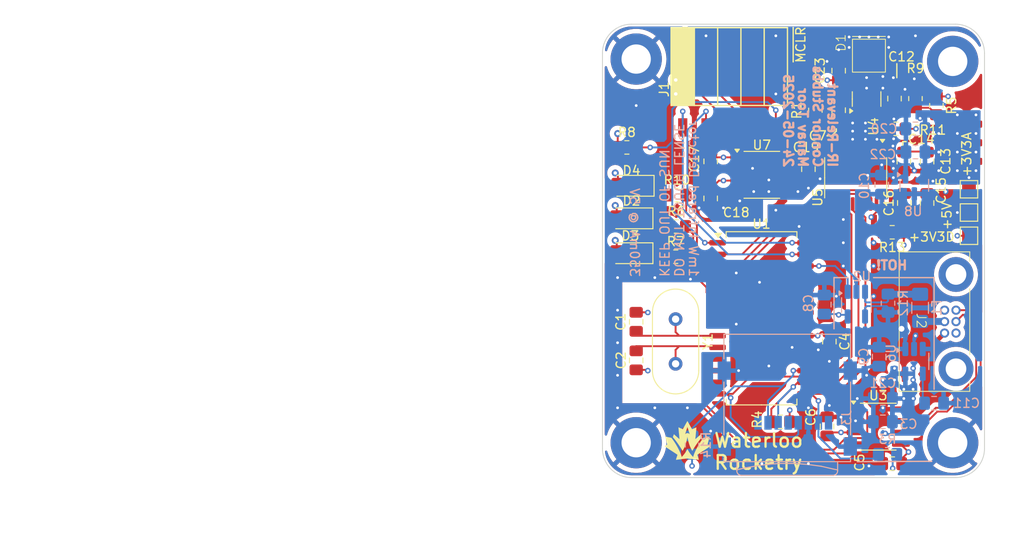
<source format=kicad_pcb>
(kicad_pcb (version 20240108) (generator "pcbnew") (generator_version "8.0")
  (layers (0 "F.Cu" jumper) (1 "In1.Cu" signal) (2 "In2.Cu" signal) (31 "B.Cu" signal) (34 "B.Paste" user) (35 "F.Paste" user) (36 "B.SilkS" user "B.Silkscreen") (37 "F.SilkS" user "F.Silkscreen") (38 "B.Mask" user) (39 "F.Mask" user) (44 "Edge.Cuts" user))
  (net 0 "")
  (net 1 "/OSC1")
  (net 2 "/OSC2")
  (net 3 "+3V3D")
  (net 4 "Net-(U5-CH0)")
  (net 5 "+5V")
  (net 6 "Net-(D2-K)")
  (net 7 "Net-(D3-K)")
  (net 8 "Net-(D1-A)")
  (net 9 "/~{MCLR}")
  (net 10 "/ICSPCLK")
  (net 11 "/ICSPDAT")
  (net 12 "/CS_SD")
  (net 13 "Net-(U1-RA2)")
  (net 14 "/CS_ADC")
  (net 16 "AGND")
  (net 17 "Net-(U6-BP)")
  (net 18 "Net-(U4-+)")
  (net 20 "/CANRX")
  (net 22 "/CANTX")
  (net 23 "Net-(D4-K)")
  (net 25 "Net-(U5-AVDD)")
  (net 26 "Net-(U5-DVDD)")
  (net 28 "/CURR_SENSE")
  (net 29 "/CANL")
  (net 30 "/CANH")
  (net 31 "+3V3A")
  (net 32 "Net-(U5-REFIN+)")
  (net 33 "Net-(U2-IN+)")
  (net 34 "Net-(J2-Pin_5)")
  (net 36 "Net-(U1-RA3)")
  (net 37 "Net-(U1-RA4)")
  (net 38 "/SCLK")
  (net 39 "/IRQ{slash}MDAT")
  (net 41 "/MISO")
  (net 42 "/MOSI")
  (net 43 "/MCLKIN")
  (net 54 "GND")
  (footprint "Capacitor_SMD:C_0805_2012Metric_Pad1.18x1.45mm_HandSolder" (layer "F.Cu") (at 185.42 91.3345 -90)
    (property "Reference" "C2")
    (property "Value" "27pF")
  )
  (footprint "Team_Logo:Logo_SilkScreen_5mm" (layer "F.Cu") (at 191.008 100.076)
    (property "Reference" "G***" (hide yes))
    (property "Value" "LOGO" (hide yes))
  )
  (footprint "TestPoint:TestPoint_Pad_1.5x1.5mm" (layer "F.Cu") (at 221.742 72.644)
    (property "Reference" "+3V3A")
    (property "Value" "3V3A")
  )
  (footprint "Resistor_SMD:R_0805_2012Metric_Pad1.20x1.40mm_HandSolder" (layer "F.Cu") (at 204.978 64.008 -90)
    (property "Reference" "R1")
    (property "Value" "3.2M")
  )
  (footprint "Package_TO_SOT_SMD:SOT-23-5" (layer "F.Cu") (at 210.566 62.7875 90)
    (property "Reference" "U4")
    (property "Value" "OPA323")
  )
  (footprint "canhw:PinSocket_5x2.54_SMD_90deg_952-3198-1-ND" (layer "F.Cu") (at 190.5 65.8875)
    (property "Reference" "J1")
    (property "Value" "Programming Header")
  )
  (footprint "Capacitor_SMD:C_0805_2012Metric_Pad1.18x1.45mm_HandSolder" (layer "F.Cu") (at 193.548 73.646 -90)
    (property "Reference" "C18")
    (property "Value" "2.2uF")
  )
  (footprint "Capacitor_SMD:C_0805_2012Metric_Pad1.18x1.45mm_HandSolder" (layer "F.Cu") (at 204.216 70.446 -90)
    (property "Reference" "C19")
    (property "Value" "2.2uF")
  )
  (footprint "Capacitor_SMD:C_0805_2012Metric_Pad1.18x1.45mm_HandSolder" (layer "F.Cu") (at 206.502 89.281 -90)
    (property "Reference" "C4")
    (property "Value" "0.1uF")
  )
  (footprint "Resistor_SMD:R_0805_2012Metric_Pad1.20x1.40mm_HandSolder" (layer "F.Cu") (at 213.36 77.343 180)
    (property "Reference" "R13")
    (property "Value" "10R")
  )
  (footprint "canhw:connector_Harwin_G125–MG10605M4P" (layer "F.Cu") (at 220.325 87.102 -90)
    (property "Reference" "J2")
    (property "Value" "CAN Bus Connector")
  )
  (footprint "Capacitor_SMD:C_0805_2012Metric_Pad1.18x1.45mm_HandSolder" (layer "F.Cu") (at 214.68 74.1415 90)
    (property "Reference" "C16")
    (property "Value" "0.1uF")
  )
  (footprint "Resistor_SMD:R_0805_2012Metric_Pad1.20x1.40mm_HandSolder" (layer "F.Cu") (at 189.865 73.279)
    (property "Reference" "R10")
    (property "Value" "220R")
  )
  (footprint "TestPoint:TestPoint_Pad_1.5x1.5mm" (layer "F.Cu") (at 221.742 75.184 -90)
    (property "Reference" "+5V")
    (property "Value" "5v")
  )
  (footprint "Package_SO:SOIC-8_3.9x4.9mm_P1.27mm" (layer "F.Cu") (at 199.136 71.0635)
    (property "Reference" "U7")
    (property "Value" "MCP1501-25xSN")
  )
  (footprint "Resistor_SMD:R_0805_2012Metric_Pad1.20x1.40mm_HandSolder" (layer "F.Cu") (at 215.9 62.738 -90)
    (property "Reference" "R9")
    (property "Value" "287R")
  )
  (footprint "Capacitor_SMD:C_0805_2012Metric_Pad1.18x1.45mm_HandSolder" (layer "F.Cu") (at 206.248 98.552 -90)
    (property "Reference" "C6")
    (property "Value" "0.1uF")
  )
  (footprint "Resistor_SMD:R_0805_2012Metric_Pad1.20x1.40mm_HandSolder" (layer "F.Cu") (at 218.186 63.5 -90)
    (property "Reference" "R5")
    (property "Value" "9.31k")
  )
  (footprint "LED_SMD:LED_1206_3216Metric_Pad1.42x1.75mm_HandSolder" (layer "F.Cu") (at 184.785 79.629 180)
    (property "Reference" "D3")
    (property "Value" "GREEN")
  )
  (footprint "Resistor_SMD:R_0805_2012Metric_Pad1.20x1.40mm_HandSolder" (layer "F.Cu") (at 189.7995 76.708)
    (property "Reference" "R6")
    (property "Value" "120R")
  )
  (footprint "Package_SO:SOIC-8_3.9x4.9mm_P1.27mm" (layer "F.Cu") (at 211.836 98.5735)
    (property "Reference" "U3")
    (property "Value" "MCP2562")
  )
  (footprint "Capacitor_SMD:C_0805_2012Metric_Pad1.18x1.45mm_HandSolder" (layer "F.Cu") (at 217.17 74.1465 90)
    (property "Reference" "C15")
    (property "Value" "0.1uF")
  )
  (footprint "Capacitor_SMD:C_0805_2012Metric_Pad1.18x1.45mm_HandSolder" (layer "F.Cu") (at 207.518 59.69 90)
    (property "Reference" "C23")
    (property "Value" "0.1uF")
  )
  (footprint "Resistor_SMD:R_0805_2012Metric_Pad1.20x1.40mm_HandSolder" (layer "F.Cu") (at 189.738 80.01)
    (property "Reference" "R7")
    (property "Value" "120R")
  )
  (footprint "MountingHole:MountingHole_3.2mm_M3_DIN965_Pad" (layer "F.Cu") (at 219.964 58.674)
    (property "Reference" "H1" (hide yes))
    (property "Value" "MountingHole_Pad")
  )
  (footprint "MountingHole:MountingHole_3.2mm_M3_DIN965_Pad" (layer "F.Cu") (at 185.42 58.42)
    (property "Reference" "H4" (hide yes))
    (property "Value" "MountingHole_Pad")
  )
  (footprint "Resistor_SMD:R_0805_2012Metric_Pad1.20x1.40mm_HandSolder" (layer "F.Cu") (at 201.168 98.044 180)
    (property "Reference" "R4")
    (property "Value" "10kR")
  )
  (footprint "MountingHole:MountingHole_3.2mm_M3_DIN965_Pad" (layer "F.Cu") (at 185.42 100.33)
    (property "Reference" "H3" (hide yes))
    (property "Value" "MountingHole_Pad")
  )
  (footprint "SensorBoardFootprints:P16612-011CA" (layer "F.Cu") (at 217.82 57.95 -90)
    (property "Reference" "D1")
    (property "Value" "P16612-011CA")
  )
  (footprint "Capacitor_SMD:C_0805_2012Metric_Pad1.18x1.45mm_HandSolder" (layer "F.Cu") (at 213.36 102.616)
    (property "Reference" "C5")
    (property "Value" "0.1uF")
  )
  (footprint "Capacitor_SMD:C_0805_2012Metric_Pad1.18x1.45mm_HandSolder" (layer "F.Cu") (at 185.42 87.122 90)
    (property "Reference" "C1")
    (property "Value" "27pF")
  )
  (footprint "LED_SMD:LED_1206_3216Metric_Pad1.42x1.75mm_HandSolder" (layer "F.Cu") (at 184.785 75.819 180)
    (property "Reference" "D2")
    (property "Value" "RED")
  )
  (footprint "Package_SO:TSSOP-20_4.4x6.5mm_P0.65mm" (layer "F.Cu") (at 209.375 71.386 -90)
    (property "Reference" "U5")
    (property "Value" "MCP3561-E/ST")
  )
  (footprint "Capacitor_SMD:C_0805_2012Metric_Pad1.18x1.45mm_HandSolder" (layer "F.Cu") (at 217.17 69.6225 90)
    (property "Reference" "C13")
    (property "Value" "0.1uF")
  )
  (footprint "MountingHole:MountingHole_3.2mm_M3_DIN965_Pad" (layer "F.Cu") (at 219.964 100.33)
    (property "Reference" "H2" (hide yes))
    (property "Value" "MountingHole_Pad")
  )
  (footprint "Resistor_SMD:R_0805_2012Metric_Pad1.20x1.40mm_HandSolder" (layer "F.Cu") (at 184.404 68.072)
    (property "Reference" "R8")
    (property "Value" "10kR")
  )
  (footprint "Capacitor_SMD:C_0805_2012Metric_Pad1.18x1.45mm_HandSolder" (layer "F.Cu") (at 214.63 69.6175 90)
    (property "Reference" "C14")
    (property "Value" "0.1uF")
  )
  (footprint "LED_SMD:LED_1206_3216Metric_Pad1.42x1.75mm_HandSolder" (layer "F.Cu") (at 184.912 72.263 180)
    (property "Reference" "D4")
    (property "Value" "BLUE")
  )
  (footprint "Resistor_SMD:R_0805_2012Metric_Pad1.20x1.40mm_HandSolder" (layer "F.Cu") (at 213.775 66.04 180)
    (property "Reference" "R11")
    (property "Value" "10R")
  )
  (footprint "Capacitor_SMD:C_0805_2012Metric_Pad1.18x1.45mm_HandSolder" (layer "F.Cu") (at 193.548 69.596 -90)
    (property "Reference" "C17")
    (property "Value" "0.1uF")
  )
  (footprint "TestPoint:TestPoint_Pad_1.5x1.5mm" (layer "F.Cu") (at 221.742 77.724 -90)
    (property "Reference" "+3V3D")
    (property "Value" "3V3D")
  )
  (footprint "Crystal:Crystal_HC49-4H_Vertical" (layer "F.Cu") (at 189.72 86.8315 -90)
    (property "Reference" "Y1")
    (property "Value" "12MHz Crystal")
  )
  (footprint "Capacitor_SMD:C_0805_2012Metric_Pad1.18x1.45mm_HandSolder" (layer "F.Cu") (at 213.614 62.738 -90)
    (property "Reference" "C12")
    (property "Value" "1uF")
  )
  (footprint "Capacitor_SMD:C_0805_2012Metric_Pad1.18x1.45mm_HandSolder" (layer "F.Cu") (at 207.518 64.008 -90)
    (property "Reference" "C7")
    (property "Value" "4.7pF")
  )
  (footprint "Package_SO:SOIC-28W_7.5x18.7mm_P1.27mm" (layer "F.Cu") (at 199.1 86.741)
    (property "Reference" "U1")
    (property "Value" "PIC18F26K83")
  )
  (footprint "Capacitor_SMD:C_0805_2012Metric_Pad1.18x1.45mm_HandSolder" (layer "B.Cu") (at 212.344 98.044)
    (property "Reference" "C3")
    (property "Value" "4.7uF")
  )
  (footprint "Package_TO_SOT_SMD:SOT-23-5_HandSoldering" (layer "B.Cu") (at 209.4484 85.1916 -90)
    (property "Reference" "U2")
    (property "Value" "INA180")
  )
  (footprint "Capacitor_SMD:C_0805_2012Metric_Pad1.18x1.45mm_HandSolder" (layer "B.Cu") (at 215.9 66.04 180)
    (property "Reference" "C20")
    (property "Value" "0.1uF")
  )
  (footprint "Capacitor_SMD:C_0805_2012Metric_Pad1.18x1.45mm_HandSolder" (layer "B.Cu") (at 212.217 72.136 90)
    (property "Reference" "C10")
    (property "Value" "0.1uF")
  )
  (footprint "Capacitor_SMD:C_0805_2012Metric_Pad1.18x1.45mm_HandSolder" (layer "B.Cu") (at 205.9534 85.2386 90)
    (property "Reference" "C8")
    (property "Value" "0.1uF")
  )
  (footprint "Resistor_SMD:R_0805_2012Metric_Pad1.20x1.40mm_HandSolder" (layer "B.Cu") (at 212.852 101.6 180)
    (property "Reference" "R3")
    (property "Value" "10kR")
  )
  (footprint "Capacitor_SMD:C_0805_2012Metric_Pad1.18x1.45mm_HandSolder" (layer "B.Cu") (at 217.932 96.012)
    (property "Reference" "C11")
    (property "Value" "10nF")
  )
  (footprint "Capacitor_SMD:C_0805_2012Metric_Pad1.18x1.45mm_HandSolder" (layer "B.Cu") (at 211.9376 90.932 -90)
    (property "Reference" "C9")
    (property "Value" "1uF")
  )
  (footprint "canhw:microSD_Molex_WM6698CT-ND" (layer "B.Cu") (at 208.788 100.756 180)
    (property "Reference" "J3")
    (property "Value" "Micro_SD_Card")
  )
  (footprint "Capacitor_SMD:C_0805_2012Metric_Pad1.18x1.45mm_HandSolder" (layer "B.Cu") (at 212.344 95.504 180)
    (property "Reference" "C21")
    (property "Value" "1uF")
  )
  (footprint "Fuse:Fuse_1206_3216Metric_Pad1.42x1.75mm_HandSolder" (layer "B.Cu") (at 216.408 85.598 90)
    (property "Reference" "F1")
    (property "Value" "350mA Polyfuse")
  )
  (footprint "Package_TO_SOT_SMD:SOT-23-5_HandSoldering" (layer "B.Cu") (at 215.7476 91.44 -90)
    (property "Reference" "U6")
    (property "Value" "SPX3819M5-L-3-3")
  )
  (footprint "Resistor_SMD:R_0805_2012Metric_Pad1.20x1.40mm_HandSolder" (layer "B.Cu") (at 191.516 100.584 90)
    (property "Reference" "R14")
    (property "Value" "10kR")
  )
  (footprint "Capacitor_SMD:C_0805_2012Metric_Pad1.18x1.45mm_HandSolder" (layer "B.Cu") (at 215.9 68.58 180)
    (property "Reference" "C22")
    (property "Value" "10uF")
  )
  (footprint "Resistor_SMD:R_0805_2012Metric_Pad1.20x1.40mm_HandSolder" (layer "B.Cu") (at 212.9028 85.09 90)
    (property "Reference" "R12")
    (property "Value" "200mR")
  )
  (footprint "Package_TO_SOT_SMD:SOT-23" (layer "B.Cu") (at 215.773 72.2145 -90)
    (property "Reference" "U8")
    (property "Value" "MCP1754S-3302xCB")
  )
  (gr_line (start 217.932 82.296) (end 211.328 82.296) (stroke (width 0.15)) (layer "B.SilkS"))
  (gr_line (start 209.55 102.4004) (end 217.678 102.362) (stroke (width 0.15)) (layer "B.SilkS"))
  (gr_line (start 208.534 82.296) (end 207.01 82.296) (stroke (width 0.15)) (layer "B.SilkS"))
  (gr_line (start 217.932 94.488) (end 217.932 82.296) (stroke (width 0.15)) (layer "B.SilkS"))
  (gr_line (start 207.01 82.296) (end 207.01 87.884) (stroke (width 0.15)) (layer "B.SilkS"))
  (gr_line (start 207.264 66.294) (end 207.264 66.04) (stroke (width 0.15)) (layer "F.SilkS"))
  (gr_line (start 213.868 58.928) (end 213.868 60.452) (stroke (width 0.15)) (layer "F.SilkS"))
  (gr_line (start 206.756 66.802) (end 207.264 66.294) (stroke (width 0.15)) (layer "F.SilkS"))
  (gr_line (start 206.248 66.802) (end 206.756 66.802) (stroke (width 0.15)) (layer "F.SilkS"))
  (gr_line (start 216.281 65.659) (end 215.9 65.659) (stroke (width 0.15)) (layer "F.SilkS"))
  (gr_line (start 214.503 67.437) (end 214.503 67.818) (stroke (width 0.15)) (layer "F.SilkS"))
  (gr_line (start 214.884 67.437) (end 214.503 67.437) (stroke (width 0.15)) (layer "F.SilkS"))
  (gr_line (start 220.258936 104.14) (end 184.912 104.14) (stroke (width 0.1)) (layer "Edge.Cuts"))
  (gr_arc (start 220.258936 54.61) (mid 222.504 55.539936) (end 223.433936 57.785) (stroke (width 0.1)) (layer "Edge.Cuts"))
  (gr_arc (start 184.912 104.14) (mid 182.666936 103.210064) (end 181.737 100.965) (stroke (width 0.1)) (layer "Edge.Cuts"))
  (gr_arc (start 181.737 57.785) (mid 182.666936 55.539936) (end 184.912 54.61) (stroke (width 0.1)) (layer "Edge.Cuts"))
  (gr_line (start 184.912 54.61) (end 220.258936 54.61) (stroke (width 0.1)) (layer "Edge.Cuts"))
  (gr_line (start 181.737 100.965) (end 181.737 57.785) (stroke (width 0.1)) (layer "Edge.Cuts"))
  (gr_line (start 223.433936 57.785) (end 223.433936 100.965) (stroke (width 0.1)) (layer "Edge.Cuts"))
  (gr_arc (start 223.433936 100.965) (mid 222.504 103.210064) (end 220.258936 104.14) (stroke (width 0.1)) (layer "Edge.Cuts"))
  (gr_text "IR-Relevant\nConnor Stubbs\nManav Toor\n24-05-2025\n" (at 201.422 70.358 270) (layer "B.SilkS") (effects (font (size 1 1) (thickness 0.25) (bold yes)) (justify left bottom mirror)))
  (gr_text "HOT!" (at 215.138 81.534 0) (layer "B.SilkS") (effects (font (size 1 1) (thickness 0.25) (bold yes)) (justify left bottom mirror)))
  (gr_text "1mW Infrared Detector\nDO NOT TOUCH LENSE\nKEEP OUT OF SUN\n\n350mA @ 5V " (at 184.658 82.296 270) (layer "B.SilkS") (effects (font (size 1 1)) (justify left bottom mirror)))
  (gr_text "~{MCLR}" (at 203.962 58.928 90) (layer "F.SilkS") (effects (font (size 1 1)) (justify left bottom)))
  (gr_text "Waterloo \nRocketry" (at 193.802 103.378 0) (layer "F.SilkS") (effects (font (size 1.5 1.5) (thickness 0.25) (bold yes)) (justify left bottom)))
  (segment (start 189.72 86.8315) (end 189.72 88.247) (width 0.2032) (layer "F.Cu") (net 1))
  (segment (start 194.3 88.646) (end 190.119 88.646) (width 0.2032) (layer "F.Cu") (net 1))
  (segment (start 190.119 88.646) (end 185.42 88.646) (width 0.2032) (layer "F.Cu") (net 1))
  (segment (start 185.42 88.1595) (end 185.42 88.646) (width 0.2032) (layer "F.Cu") (net 1))
  (segment (start 189.72 88.247) (end 190.119 88.646) (width 0.2032) (layer "F.Cu") (net 1))
  (segment (start 189.72 91.7115) (end 189.72 90.188) (width 0.2032) (layer "F.Cu") (net 2))
  (segment (start 190.119 89.789) (end 185.42 89.789) (width 0.2032) (layer "F.Cu") (net 2))
  (segment (start 189.72 90.188) (end 190.119 89.789) (width 0.2032) (layer "F.Cu") (net 2))
  (segment (start 194.3 89.916) (end 194.173 89.789) (width 0.2032) (layer "F.Cu") (net 2))
  (segment (start 185.42 90.4025) (end 185.42 89.789) (width 0.2032) (layer "F.Cu") (net 2))
  (segment (start 194.173 89.789) (end 190.119 89.789) (width 0.2032) (layer "F.Cu") (net 2))
  (segment (start 214.63 78.74) (end 214.63 77.613) (width 0.2032) (layer "F.Cu") (net 3))
  (segment (start 214.63 77.613) (end 214.36 77.343) (width 0.2032) (layer "F.Cu") (net 3))
  (segment (start 214.3975 102.0865) (end 215.138 101.346) (width 0.2032) (layer "F.Cu") (net 3))
  (segment (start 203.9 88.646) (end 205.232 88.646) (width 0.2032) (layer "F.Cu") (net 3))
  (segment (start 192.9385 60.706) (end 189.738 60.706) (width 0.2032) (layer "F.Cu") (net 3))
  (segment (start 198.12 65.8875) (end 192.9385 60.706) (width 0.2032) (layer "F.Cu") (net 3))
  (segment (start 220.472 77.724) (end 221.742 77.724) (width 0.2032) (layer "F.Cu") (net 3))
  (segment (start 214.311 100.519) (end 215.138 101.346) (width 0.2032) (layer "F.Cu") (net 3))
  (segment (start 202.168 96.79) (end 202.184 96.774) (width 0.2032) (layer "F.Cu") (net 3))
  (segment (start 202.168 98.044) (end 202.168 96.79) (width 0.2032) (layer "F.Cu") (net 3))
  (segment (start 206.502 88.2435) (end 205.6345 88.2435) (width 0.2032) (layer "F.Cu") (net 3))
  (segment (start 183.404 68.072) (end 183.404 66.564) (width 0.2032) (layer "F.Cu") (net 3))
  (segment (start 214.311 100.4785) (end 214.311 100.519) (width 0.2032) (layer "F.Cu") (net 3))
  (segment (start 214.3975 102.616) (end 214.3975 102.0865) (width 0.2032) (layer "F.Cu") (net 3))
  (segment (start 205.6345 88.2435) (end 205.232 88.646) (width 0.2032) (layer "F.Cu") (net 3))
  (via (at 207.518 86.36) (size 0.6) (drill 0.3) (layers "F.Cu" "B.Cu") (net 3))
  (via (at 215.138 101.346) (size 0.6) (drill 0.3) (layers "F.Cu" "B.Cu") (net 3))
  (via (at 215.646 93.472) (size 0.6) (drill 0.3) (layers "F.Cu" "B.Cu") (net 3))
  (via (at 214.63 78.74) (size 0.6) (drill 0.3) (layers "F.Cu" "B.Cu") (net 3))
  (via (at 183.404 66.564) (size 0.762) (drill 0.381) (layers "F.Cu" "B.Cu") (net 3))
  (via (at 191.516 102.87) (size 0.6) (drill 0.3) (layers "F.Cu" "B.Cu") (net 3))
  (via (at 215.646 95.504) (size 0.6) (drill 0.3) (layers "F.Cu" "B.Cu") (net 3))
  (via (at 205.232 88.646) (size 0.6) (drill 0.3) (layers "F.Cu" "B.Cu") (net 3))
  (via (at 215.646 92.202) (size 0.6) (drill 0.3) (layers "F.Cu" "B.Cu") (net 3))
  (via (at 213.413114 103.124989) (size 0.6) (drill 0.3) (layers "F.Cu" "B.Cu") (net 3))
  (via (at 215.646 94.488) (size 0.6) (drill 0.3) (layers "F.Cu" "B.Cu") (net 3))
  (via (at 214.63 94.488) (size 0.6) (drill 0.3) (layers "F.Cu" "B.Cu") (net 3))
  (via (at 202.184 96.774) (size 0.6) (drill 0.3) (layers "F.Cu" "B.Cu") (net 3))
  (via (at 212.598 99.314) (size 0.6) (drill 0.3) (layers "F.Cu" "B.Cu") (net 3))
  (via (at 213.614 92.202) (size 0.6) (drill 0.3) (layers "F.Cu" "B.Cu") (net 3))
  (via (at 214.63 95.504) (size 0.6) (drill 0.3) (layers "F.Cu" "B.Cu") (net 3))
  (via (at 189.738 60.706) (size 0.762) (drill 0.381) (layers "F.Cu" "B.Cu") (net 3))
  (via (at 220.472 77.724) (size 0.6) (drill 0.3) (layers "F.Cu" "B.Cu") (net 3))
  (via (at 212.344 93.472) (size 0.6) (drill 0.3) (layers "F.Cu" "B.Cu") (net 3))
  (via (at 213.614 93.472) (size 0.6) (drill 0.3) (layers "F.Cu" "B.Cu") (net 3))
  (segment (start 207.4341 86.2761) (end 207.518 86.36) (width 0.2032) (layer "B.Cu") (net 3))
  (segment (start 213.3815 96.774) (end 213.3815 98.044) (width 0.508) (layer "B.Cu") (net 3))
  (segment (start 213.413114 102.038886) (end 213.852 101.6) (width 0.2032) (layer "B.Cu") (net 3))
  (segment (start 213.3815 96.774) (end 214.63 96.774) (width 0.508) (layer "B.Cu") (net 3))
  (segment (start 208.3168 86.36) (end 208.4984 86.5416) (width 0.2032) (layer "B.Cu") (net 3))
  (segment (start 213.3815 95.504) (end 213.3815 96.774) (width 0.508) (layer "B.Cu") (net 3))
  (segment (start 191.516 102.87) (end 191.516 101.584) (width 0.2032) (layer "B.Cu") (net 3))
  (segment (start 213.413114 103.124989) (end 213.413114 102.038886) (width 0.2032) (layer "B.Cu") (net 3))
  (segment (start 205.9534 86.2761) (end 207.4341 86.2761) (width 0.2032) (layer "B.Cu") (net 3))
  (segment (start 207.518 86.36) (end 208.3168 86.36) (width 0.2032) (layer "B.Cu") (net 3))
  (segment (start 207.518 65.0455) (end 208.4955 65.0455) (width 0.2032) (layer "F.Cu") (net 4))
  (segment (start 209.7 64.009) (end 209.7 68.5235) (width 0.2032) (layer "F.Cu") (net 4))
  (segment (start 208.4955 65.0455) (end 209.616 63.925) (width 0.2032) (layer "F.Cu") (net 4))
  (segment (start 209.616 63.925) (end 209.7 64.009) (width 0.2032) (layer "F.Cu") (net 4))
  (segment (start 204.978 65.008) (end 207.143 65.008) (width 0.2032) (layer "F.Cu") (net 4))
  (segment (start 209.616 64.582) (end 209.616 63.925) (width 0.2032) (layer "F.Cu") (net 4))
  (segment (start 183.2975 75.819) (end 183.2975 74.5855) (width 0.2032) (layer "F.Cu") (net 5))
  (segment (start 183.2975 78.3955) (end 183.134 78.232) (width 0.2032) (layer "F.Cu") (net 5))
  (segment (start 206.248 99.5895) (end 206.629 99.2085) (width 0.2032) (layer "F.Cu") (net 5))
  (segment (start 206.629 99.2085) (end 207.772 99.2085) (width 0.2032) (layer "F.Cu") (net 5))
  (segment (start 183.2975 79.629) (end 183.2975 78.3955) (width 0.2032) (layer "F.Cu") (net 5))
  (segment (start 183.4245 71.1565) (end 183.134 70.866) (width 0.2032) (layer "F.Cu") (net 5))
  (segment (start 207.772 99.2085) (end 209.361 99.2085) (width 0.2032) (layer "F.Cu") (net 5))
  (segment (start 221.742 75.184) (end 220.472 75.184) (width 0.2032) (layer "F.Cu") (net 5))
  (segment (start 183.2975 74.5855) (end 183.134 74.422) (width 0.2032) (layer "F.Cu") (net 5))
  (segment (start 183.4245 72.263) (end 183.4245 71.1565) (width 0.2032) (layer "F.Cu") (net 5))
  (via (at 220.472 75.184) (size 0.6) (drill 0.3) (layers "F.Cu" "B.Cu") (net 5))
  (via (at 183.134 78.232) (size 0.762) (drill 0.381) (layers "F.Cu" "B.Cu") (net 5))
  (via (at 214.376 87.884) (size 1.016) (drill 0.635) (layers "F.Cu" "B.Cu") (net 5))
  (via (at 183.134 70.866) (size 0.762) (drill 0.381) (layers "F.Cu" "B.Cu") (net 5))
  (via (at 207.772 99.2085) (size 0.6) (drill 0.3) (layers "F.Cu" "B.Cu") (net 5))
  (via (at 183.134 74.422) (size 0.762) (drill 0.381) (layers "F.Cu" "B.Cu") (net 5))
  (segment (start 210.3984 86.5416) (end 210.3984 85.6016) (width 0.2032) (layer "B.Cu") (net 5))
  (segment (start 210.3984 85.6016) (end 210.5936 85.4064) (width 0.2032) (layer "B.Cu") (net 5))
  (segment (start 212.75 85.4064) (end 212.9028 85.5592) (width 0.2032) (layer "B.Cu") (net 5))
  (segment (start 210.5936 85.4064) (end 212.75 85.4064) (width 0.2032) (layer "B.Cu") (net 5))
  (segment (start 212.9028 85.5592) (end 212.9028 86.09) (width 0.2032) (layer "B.Cu") (net 5))
  (segment (start 187.9105 75.819) (end 188.7995 76.708) (width 0.2032) (layer "F.Cu") (net 6))
  (segment (start 186.2725 75.819) (end 187.9105 75.819) (width 0.2032) (layer "F.Cu") (net 6))
  (segment (start 186.2725 79.629) (end 188.357 79.629) (width 0.2032) (layer "F.Cu") (net 7))
  (segment (start 188.357 79.629) (end 188.738 80.01) (width 0.2032) (layer "F.Cu") (net 7))
  (segment (start 211.582 59.712) (end 210.82 58.95) (width 0.2032) (layer "F.Cu") (net 8))
  (segment (start 205.3687 62.6173) (end 204.978 63.008) (width 0.2032) (layer "F.Cu") (net 8))
  (segment (start 210.5487 62.6173) (end 205.3687 62.6173) (width 0.2032) (layer "F.Cu") (net 8))
  (segment (start 211.516 61.65) (end 210.5487 62.6173) (width 0.2032) (layer "F.Cu") (net 8))
  (segment (start 211.582 61.507) (end 211.582 59.712) (width 0.2032) (layer "F.Cu") (net 8))
  (segment (start 210.318 59.452) (end 210.82 58.95) (width 0.2032) (layer "F.Cu") (net 8))
  (segment (start 200.66 65.8875) (end 200.66 64.008) (width 0.2032) (layer "F.Cu") (net 9))
  (segment (start 194.3 78.486) (end 192.913 78.486) (width 0.2032) (layer "F.Cu") (net 9))
  (segment (start 185.404 68.072) (end 186.944 68.072) (width 0.2032) (layer "F.Cu") (net 9))
  (via (at 186.944 68.072) (size 0.6) (drill 0.3) (layers "F.Cu" "B.Cu") (net 9))
  (via (at 200.66 64.008) (size 0.6) (drill 0.3) (layers "F.Cu" "B.Cu") (net 9))
  (via (at 192.913 78.486) (size 0.6) (drill 0.3) (layers "F.Cu" "B.Cu") (net 9))
  (segment (start 192.913 78.486) (end 189.357 74.93) (width 0.2032) (layer "B.Cu") (net 9))
  (segment (start 190.119 63.119) (end 199.771 63.119) (width 0.2032) (layer "B.Cu") (net 9))
  (segment (start 189.357 74.93) (end 189.357 67.437) (width 0.2032) (layer "B.Cu") (net 9))
  (segment (start 189.357 63.881) (end 190.119 63.119) (width 0.2032) (layer "B.Cu") (net 9))
  (segment (start 188.722 68.072) (end 189.357 67.437) (width 0.2032) (layer "B.Cu") (net 9))
  (segment (start 199.771 63.119) (end 200.66 64.008) (width 0.2032) (layer "B.Cu") (net 9))
  (segment (start 186.944 68.072) (end 188.722 68.072) (width 0.2032) (layer "B.Cu") (net 9))
  (segment (start 189.357 67.437) (end 189.357 63.881) (width 0.2032) (layer "B.Cu") (net 9))
  (segment (start 203.9 79.756) (end 202.438 79.756) (width 0.2032) (layer "F.Cu") (net 10))
  (segment (start 190.5 65.8875) (end 190.5 64.135) (width 0.2032) (layer "F.Cu") (net 10))
  (via (at 202.438 79.756) (size 0.6) (drill 0.3) (layers "F.Cu" "B.Cu") (net 10))
  (via (at 190.5 64.135) (size 0.6) (drill 0.3) (layers "F.Cu" "B.Cu") (net 10))
  (segment (start 190.5 64.135) (end 190.5 74.803) (width 0.2032) (layer "B.Cu") (net 10))
  (segment (start 195.453 79.756) (end 202.438 79.756) (width 0.2032) (layer "B.Cu") (net 10))
  (segment (start 190.5 74.803) (end 195.453 79.756) (width 0.2032) (layer "B.Cu") (net 10))
  (segment (start 202.438 78.486) (end 202.311 78.486) (width 0.2032) (layer "F.Cu") (net 11))
  (segment (start 203.9 78.486) (end 202.438 78.486) (width 0.2032) (layer "F.Cu") (net 11))
  (segment (start 193.04 65.8875) (end 193.04 64.135) (width 0.2032) (layer "F.Cu") (net 11))
  (via (at 202.438 78.486) (size 0.6) (drill 0.3) (layers "F.Cu" "B.Cu") (net 11))
  (via (at 193.04 64.135) (size 0.6) (drill 0.3) (layers "F.Cu" "B.Cu") (net 11))
  (segment (start 191.008 74.295) (end 195.199 78.486) (width 0.2032) (layer "B.Cu") (net 11))
  (segment (start 195.199 78.486) (end 202.438 78.486) (width 0.2032) (layer "B.Cu") (net 11))
  (segment (start 193.04 64.135) (end 191.008 66.167) (width 0.2032) (layer "B.Cu") (net 11))
  (segment (start 191.008 66.167) (end 191.008 74.295) (width 0.2032) (layer "B.Cu") (net 11))
  (segment (start 202.565 92.456) (end 203.9 92.456) (width 0.2032) (layer "F.Cu") (net 12))
  (via (at 202.565 92.456) (size 0.6) (drill 0.3) (layers "F.Cu" "B.Cu") (net 12))
  (segment (start 201.3585 94.1705) (end 199.808 95.721) (width 0.2032) (layer "B.Cu") (net 12))
  (segment (start 202.565 92.456) (end 202.565 92.964) (width 0.2032) (layer "B.Cu") (net 12))
  (segment (start 191.516 98.788883) (end 196.134383 94.1705) (width 0.2032) (layer "B.Cu") (net 12))
  (segment (start 202.565 92.964) (end 201.3585 94.1705) (width 0.2032) (layer "B.Cu") (net 12))
  (segment (start 191.516 99.584) (end 191.516 98.788883) (width 0.2032) (layer "B.Cu") (net 12))
  (segment (start 199.808 95.721) (end 199.808 98.156) (width 0.2032) (layer "B.Cu") (net 12))
  (segment (start 196.134383 94.1705) (end 201.3585 94.1705) (width 0.2032) (layer "B.Cu") (net 12))
  (segment (start 190.881 73.295) (end 190.865 73.279) (width 0.2032) (layer "F.Cu") (net 13))
  (segment (start 192.0492 76.366166) (end 190.881 75.197966) (width 0.2032) (layer "F.Cu") (net 13))
  (segment (start 193.400001 82.296) (end 192.0492 80.945199) (width 0.2032) (layer "F.Cu") (net 13))
  (segment (start 194.3 82.296) (end 193.400001 82.296) (width 0.2032) (layer "F.Cu") (net 13))
  (segment (start 190.881 75.197966) (end 190.881 73.295) (width 0.2032) (layer "F.Cu") (net 13))
  (segment (start 192.0492 80.945199) (end 192.0492 76.366166) (width 0.2032) (layer "F.Cu") (net 13))
  (segment (start 197.866 84.836) (end 196.596 86.106) (width 0.2032) (layer "F.Cu") (net 14))
  (segment (start 202.692 75.692) (end 197.866 80.518) (width 0.2032) (layer "F.Cu") (net 14))
  (segment (start 207.043999 75.692) (end 202.692 75.692) (width 0.2032) (layer "F.Cu") (net 14))
  (segment (start 196.596 86.106) (end 194.3 86.106) (width 0.2032) (layer "F.Cu") (net 14))
  (segment (start 207.75 74.985999) (end 207.043999 75.692) (width 0.2032) (layer "F.Cu") (net 14))
  (segment (start 207.75 74.2485) (end 207.75 74.985999) (width 0.2032) (layer "F.Cu") (net 14))
  (segment (start 197.866 80.518) (end 197.866 84.836) (width 0.2032) (layer "F.Cu") (net 14))
  (segment (start 211.65 69.41) (end 211.65 68.5235) (width 0.2032) (layer "F.Cu") (net 16))
  (segment (start 211 69.776) (end 211.074 69.85) (width 0.2032) (layer "F.Cu") (net 16))
  (segment (start 212.217 69.977) (end 211.65 69.41) (width 0.2032) (layer "F.Cu") (net 16))
  (segment (start 209.05 67.191) (end 209.042 67.183) (width 0.2032) (layer "F.Cu") (net 16))
  (segment (start 211 67.744) (end 210.439 67.183) (width 0.2032) (layer "F.Cu") (net 16))
  (segment (start 211.65 67.2282) (end 211.6952 67.183) (width 0.2032) (layer "F.Cu") (net 16))
  (segment (start 211.65 68.5235) (end 211.65 67.2282) (width 0.2032) (layer "F.Cu") (net 16))
  (segment (start 211 68.5235) (end 211 69.776) (width 0.2032) (layer "F.Cu") (net 16))
  (segment (start 211 68.5235) (end 211 67.744) (width 0.2032) (layer "F.Cu") (net 16))
  (segment (start 209.05 68.5235) (end 209.05 67.191) (width 0.2032) (layer "F.Cu") (net 16))
  (via (at 215.773 60.579) (size 0.6) (drill 0.3) (layers "F.Cu" "B.Cu") (net 16))
  (via (at 213.519868 67.132025) (size 0.6) (drill 0.3) (layers "F.Cu" "B.Cu") (net 16))
  (via (at 210.566 61.595) (size 0.6) (drill 0.3) (layers "F.Cu" "B.Cu") (net 16))
  (via (at 210.693 71.12) (size 0.6) (drill 0.3) (layers "F.Cu" "B.Cu") (net 16))
  (via (at 213.543208 64.963571) (size 0.6) (drill 0.3) (layers "F.Cu" "B.Cu") (net 16))
  (via (at 204.216 72.517) (size 0.6) (drill 0.3) (layers "F.Cu" "B.Cu") (net 16))
  (via (at 212.979 57.15) (size 0.6) (drill 0.3) (layers "F.Cu" "B.Cu") (net 16))
  (via (at 200.66 62.23) (size 0.6) (drill 0.3) (layers "F.Cu" "B.Cu") (net 16))
  (via (at 213.487 70.358) (size 0.6) (drill 0.3) (layers "F.Cu" "B.Cu") (net 16))
  (via (at 213.441452 67.9187) (size 0.6) (drill 0.3) (layers "F.Cu" "B.Cu") (net 16))
  (via (at 203.073 72.898) (size 0.6) (drill 0.3) (layers "F.Cu" "B.Cu") (net 16))
  (via (at 192.278 74.676) (size 0.6) (drill 0.3) (layers "F.Cu" "B.Cu") (net 16))
  (via (at 210.439 67.183) (size 0.6) (drill 0.3) (layers "F.Cu" "B.Cu") (net 16))
  (via (at 210.82 56.007) (size 0.6) (drill 0.3) (layers "F.Cu" "B.Cu") (net 16))
  (via (at 212.344 61.595) (size 0.6) (drill 0.3) (layers "F.Cu" "B.Cu") (net 16))
  (via (at 209.042 65.405) (size 0.6) (drill 0.3) (layers "F.Cu" "B.Cu") (net 16))
  (via (at 213.487 69.596) (size 0.6) (drill 0.3) (layers "F.Cu" "B.Cu") (net 16))
  (via (at 205.486 71.501) (size 0.6) (drill 0.3) (layers "F.Cu" "B.Cu") (net 16))
  (via (at 193.04 55.88) (size 0.6) (drill 0.3) (layers "F.Cu" "B.Cu") (net 16))
  (via (at 206.248 58.674) (size 0.6) (drill 0.3) (layers "F.Cu" "B.Cu") (net 16))
  (via (at 210.439 66.294) (size 0.6) (drill 0.3) (layers "F.Cu" "B.Cu") (net 16))
  (via (at 209.804 56.007) (size 0.6) (drill 0.3) (layers "F.Cu" "B.Cu") (net 16))
  (via (at 212.217 69.977) (size 0.6) (drill 0.3) (layers "F.Cu" "B.Cu") (net 16))
  (via (at 215.9 55.88) (size 0.6) (drill 0.3) (layers "F.Cu" "B.Cu") (net 16))
  (via (at 209.042 66.294) (size 0.6) (drill 0.3) (layers "F.Cu" "B.Cu") (net 16))
  (via (at 196.723 73.914) (size 0.6) (drill 0.3) (layers "F.Cu" "B.Cu") (net 16))
  (via (at 208.661 56.007) (size 0.6) (drill 0.3) (layers "F.Cu" "B.Cu") (net 16))
  (via (at 198.12 70.358) (size 0.6) (drill 0.3) (layers "F.Cu" "B.Cu") (net 16))
  (via (at 192.151 70.612) (size 0.6) (drill 0.3) (layers "F.Cu" "B.Cu") (net 16))
  (via (at 209.042 67.183) (size 0.6) (drill 0.3) (layers "F.Cu" "B.Cu") (net 16))
  (via (at 207.518 57.404) (size 0.6) (drill 0.3) (layers "F.Cu" "B.Cu") (net 16))
  (via (at 213.487 60.452) (size 0.6) (drill 0.3) (layers "F.Cu" "B.Cu") (net 16))
  (via (at 212.979 56.007) (size 0.6) (drill 0.3) (layers "F.Cu" "B.Cu") (net 16))
  (via (at 211.6952 67.183) (size 0.6) (drill 0.3) (layers "F.Cu" "B.Cu") (net 16))
  (via (at 198.247 72.898) (size 0.6) (drill 0.3) (layers "F.Cu" "B.Cu") (net 16))
  (via (at 199.898 72.898) (size 0.6) (drill 0.3) (layers "F.Cu" "B.Cu") (net 16))
  (via (at 210.439 65.405) (size 0.6) (drill 0.3) (layers "F.Cu" "B.Cu") (net 16))
  (via (at 210.566 60.452) (size 0.6) (drill 0.3) (layers "F.Cu" "B.Cu") (net 16))
  (via (at 215.773 70.612) (size 0.6) (drill 0.3) (layers "F.Cu" "B.Cu") (net 16))
  (via (at 208.661 57.15) (size 0.6) (drill 0.3) (layers "F.Cu" "B.Cu") (net 16))
  (via (at 214.757 61.722) (size 0.6) (drill 0.3) (layers "F.Cu" "B.Cu") (net 16))
  (via (at 194.945 74.676) (size 0.6) (drill 0.3) (layers "F.Cu" "B.Cu") (net 16))
  (via (at 212.344 60.325) (size 0.6) (drill 0.3) (layers "F.Cu" "B.Cu") (net 16))
  (via (at 213.487 71.374) (size 0.6) (drill 0.3) (layers "F.Cu" "B.Cu") (net 16))
  (via (at 200.66 55.88) (size 0.6) (drill 0.3) (layers "F.Cu" "B.Cu") (net 16))
  (via (at 211.836 56.007) (size 0.6) (drill 0.3) (layers "F.Cu" "B.Cu") (net 16))
  (via (at 199.898 71.628) (size 0.6) (drill 0.3) (layers "F.Cu" "B.Cu") (net 16))
  (segment (start 216.6976 95.8151) (end 216.8945 96.012) (width 0.2032) (layer "B.Cu") (net 17))
  (segment (start 216.6976 92.79) (end 216.6976 95.8151) (width 0.2032) (layer "B.Cu") (net 17))
  (segment (start 217.424 63.738) (end 215.9 63.738) (width 0.2032) (layer "F.Cu") (net 18))
  (segment (start 218.186 64.5) (end 217.424 63.738) (width 0.2032) (layer "F.Cu") (net 18))
  (segment (start 211.516 63.925) (end 215.713 63.925) (width 0.2032) (layer "F.Cu") (net 18))
  (segment (start 215.713 63.925) (end 215.9 63.738) (width 0.2032) (layer "F.Cu") (net 18))
  (segment (start 194.3 91.186) (end 193.400001 91.186) (width 0.2032) (layer "F.Cu") (net 20))
  (segment (start 208.3411 101.4984) (end 209.361 100.4785) (width 0.2032) (layer "F.Cu") (net 20))
  (segment (start 192.6888 96.43002) (end 197.75718 101.4984) (width 0.2032) (layer "F.Cu") (net 20))
  (segment (start 197.75718 101.4984) (end 208.3411 101.4984) (width 0.2032) (layer "F.Cu") (net 20))
  (segment (start 192.6888 91.897201) (end 192.6888 96.43002) (width 0.2032) (layer "F.Cu") (net 20))
  (segment (start 193.400001 91.186) (end 192.6888 91.897201) (width 0.2032) (layer "F.Cu") (net 20))
  (segment (start 210.335999 96.6685) (end 210.6408 96.973301) (width 0.2032) (layer "F.Cu") (net 22))
  (segment (start 209.361 96.6685) (end 210.335999 96.6685) (width 0.2032) (layer "F.Cu") (net 22))
  (segment (start 208.28 99.822) (end 207.01 101.092) (width 0.2032) (layer "F.Cu") (net 22))
  (segment (start 193.802 92.456) (end 194.3 92.456) (width 0.2032) (layer "F.Cu") (net 22))
  (segment (start 193.0952 96.261684) (end 193.0952 93.1628) (width 0.2032) (layer "F.Cu") (net 22))
  (segment (start 210.369842 99.822) (end 208.28 99.822) (width 0.2032) (layer "F.Cu") (net 22))
  (segment (start 197.925516 101.092) (end 193.0952 96.261684) (width 0.2032) (layer "F.Cu") (net 22))
  (segment (start 210.6408 99.551042) (end 210.369842 99.822) (width 0.2032) (layer "F.Cu") (net 22))
  (segment (start 193.0952 93.1628) (end 193.802 92.456) (width 0.2032) (layer "F.Cu") (net 22))
  (segment (start 207.01 101.092) (end 197.925516 101.092) (width 0.2032) (layer "F.Cu") (net 22))
  (segment (start 210.6408 96.973301) (end 210.6408 99.551042) (width 0.2032) (layer "F.Cu") (net 22))
  (segment (start 187.849 72.263) (end 188.865 73.279) (width 0.2032) (layer "F.Cu") (net 23))
  (segment (start 186.3995 72.263) (end 187.849 72.263) (width 0.2032) (layer "F.Cu") (net 23))
  (segment (start 212.3 66.515) (end 212.775 66.04) (width 0.2032) (layer "F.Cu") (net 25))
  (segment (start 217.1085 68.5235) (end 217.17 68.585) (width 0.2032) (layer "F.Cu") (net 25))
  (segment (start 212.3 68.5235) (end 217.1085 68.5235) (width 0.2032) (layer "F.Cu") (net 25))
  (segment (start 212.3 68.5235) (end 212.3 66.515) (width 0.2032) (layer "F.Cu") (net 25))
  (segment (start 212.3 74.2485) (end 212.3 76.775) (width 0.2032) (layer "F.Cu") (net 26))
  (segment (start 217.17 75.184) (end 213.2355 75.184) (width 0.2032) (layer "F.Cu") (net 26))
  (segment (start 213.2355 75.184) (end 212.3 74.2485) (width 0.2032) (layer "F.Cu") (net 26))
  (segment (start 203.9 81.026) (end 205.359 81.026) (width 0.2032) (layer "F.Cu") (net 28))
  (via (at 205.359 81.026) (size 0.6) (drill 0.3) (layers "F.Cu" "B.Cu") (net 28))
  (segment (start 207.137 81.026) (end 205.359 81.026) (width 0.2032) (layer "B.Cu") (net 28))
  (segment (start 208.4984 83.8416) (end 208.4984 82.3874) (width 0.2032) (layer "B.Cu") (net 28))
  (segment (start 208.4984 82.3874) (end 207.137 81.026) (width 0.2032) (layer "B.Cu") (net 28))
  (segment (start 216.0055 99.2085) (end 218.2876 96.9264) (width 0.2032) (layer "F.Cu") (net 29))
  (segment (start 219.343395 96.9264) (end 223.012 93.257795) (width 0.2032) (layer "F.Cu") (net 29))
  (segment (start 221.808736 85.852) (end 220.325 85.852) (width 0.2032) (layer "F.Cu") (net 29))
  (segment (start 214.311 99.2085) (end 216.0055 99.2085) (width 0.2032) (layer "F.Cu") (net 29))
  (segment (start 218.2876 96.9264) (end 219.343395 96.9264) (width 0.2032) (layer "F.Cu") (net 29))
  (segment (start 223.012 93.257795) (end 223.012 87.055264) (width 0.2032) (layer "F.Cu") (net 29))
  (segment (start 223.012 87.055264) (end 221.808736 85.852) (width 0.2032) (layer "F.Cu") (net 29))
  (segment (start 221.067 86.36) (end 220.325 87.102) (width 0.2032) (layer "F.Cu") (net 30))
  (segment (start 214.9245 98.552) (end 216.087264 98.552) (width 0.2032) (layer "F.Cu") (net 30))
  (segment (start 221.742 86.36) (end 221.067 86.36) (width 0.2032) (layer "F.Cu") (net 30))
  (segment (start 214.311 97.9385) (end 214.9245 98.552) (width 0.2032) (layer "F.Cu") (net 30))
  (segment (start 218.119264 96.52) (end 219.175059 96.52) (width 0.2032) (layer "F.Cu") (net 30))
  (segment (start 222.5298 87.1478) (end 221.742 86.36) (width 0.2032) (layer "F.Cu") (net 30))
  (segment (start 219.175059 96.52) (end 222.5298 93.165259) (width 0.2032) (layer "F.Cu") (net 30))
  (segment (start 216.087264 98.552) (end 218.119264 96.52) (width 0.2032) (layer "F.Cu") (net 30))
  (segment (start 222.5298 93.165259) (end 222.5298 87.1478) (width 0.2032) (layer "F.Cu") (net 30))
  (segment (start 194.945 71.6985) (end 194.458 71.6985) (width 0.2032) (layer "F.Cu") (net 31))
  (segment (start 196.661 71.6985) (end 194.945 71.6985) (width 0.2032) (layer "F.Cu") (net 31))
  (segment (start 194.458 71.6985) (end 193.548 72.6085) (width 0.2032) (layer "F.Cu") (net 31))
  (segment (start 208.6935 60.7275) (end 207.518 60.7275) (width 0.2032) (layer "F.Cu") (net 31))
  (segment (start 196.661 69.1585) (end 194.945 69.1585) (width 0.2032) (layer "F.Cu") (net 31))
  (segment (start 219.567 62.5) (end 219.583 62.484) (width 0.2032) (layer "F.Cu") (net 31))
  (segment (start 221.742 71.374) (end 221.742 72.644) (width 0.2032) (layer "F.Cu") (net 31))
  (segment (start 194.148 69.1585) (end 193.548 68.5585) (width 0.2032) (layer "F.Cu") (net 31))
  (segment (start 207.518 60.7275) (end 206.2695 60.7275) (width 0.2032) (layer "F.Cu") (net 31))
  (segment (start 214.775 66.04) (end 215.9532 66.04) (width 0.2032) (layer "F.Cu") (net 31))
  (segment (start 219.456 62.5) (end 219.567 62.5) (width 0.2032) (layer "F.Cu") (net 31))
  (segment (start 218.186 62.5) (end 219.456 62.5) (width 0.2032) (layer "F.Cu") (net 31))
  (segment (start 194.945 69.1585) (end 194.148 69.1585) (width 0.2032) (layer "F.Cu") (net 31))
  (segment (start 209.616 61.65) (end 208.6935 60.7275) (width 0.2032) (layer "F.Cu") (net 31))
  (via (at 194.945 69.1585) (size 0.6) (drill 0.3) (layers "F.Cu" "B.Cu") (net 31))
  (via (at 222.504 68.58) (size 0.6) (drill 0.3) (layers "F.Cu" "B.Cu") (net 31))
  (via (at 219.456 62.5) (size 0.6) (drill 0.3) (layers "F.Cu" "B.Cu") (net 31))
  (via (at 206.2695 60.7275) (size 0.6) (drill 0.3) (layers "F.Cu" "B.Cu") (net 31))
  (via (at 215.9532 66.04) (size 0.6) (drill 0.3) (layers "F.Cu" "B.Cu") (net 31))
  (via (at 220.472 70.612) (size 0.6) (drill 0.3) (layers "F.Cu" "B.Cu") (net 31))
  (via (at 218.44 66.548) (size 0.6) (drill 0.3) (layers "F.Cu" "B.Cu") (net 31))
  (via (at 222.504 64.516) (size 0.6) (drill 0.3) (layers "F.Cu" "B.Cu") (net 31))
  (via (at 220.472 64.516) (size 0.6) (drill 0.3) (layers "F.Cu" "B.Cu") (net 31))
  (via (at 221.742 71.374) (size 0.6) (drill 0.3) (layers "F.Cu" "B.Cu") (net 31))
  (via (at 222.504 70.612) (size 0.6) (drill 0.3) (layers "F.Cu" "B.Cu") (net 31))
  (via (at 216.408 64.897) (size 0.6) (drill 0.3) (layers "F.Cu" "B.Cu") (net 31))
  (via (at 220.472 66.548) (size 0.6) (drill 0.3) (layers "F.Cu" "B.Cu") (net 31))
  (via (at 218.44 70.612) (size 0.6) (drill 0.3) (layers "F.Cu" "B.Cu") (net 31))
  (via (at 218.44 68.58) (size 0.6) (drill 0.3) (layers "F.Cu" "B.Cu") (net 31))
  (via (at 194.945 71.6985) (size 0.6) (drill 0.3) (layers "F.Cu" "B.Cu") (net 31))
  (via (at 222.504 66.548) (size 0.6) (drill 0.3) (layers "F.Cu" "B.Cu") (net 31))
  (via (at 217.805 71.755) (size 0.6) (drill 0.3) (layers "F.Cu" "B.Cu") (net 31))
  (via (at 220.472 68.58) (size 0.6) (drill 0.3) (layers "F.Cu" "B.Cu") (net 31))
  (segment (start 210.35 69.260999) (end 210.35 68.5235) (width 0.2032) (layer "F.Cu") (net 32))
  (segment (start 201.611 70.4285) (end 201.611 69.1585) (width 0.2032) (layer "F.Cu") (net 32))
  (segment (start 203.966 69.1585) (end 204.216 69.4085) (width 0.2032) (layer "F.Cu") (net 32))
  (segment (start 204.216 69.4085) (end 204.5305 69.723) (width 0.2032) (layer "F.Cu") (net 32))
  (segment (start 204.5305 69.723) (end 209.887999 69.723) (width 0.2032) (layer "F.Cu") (net 32))
  (segment (start 201.611 69.1585) (end 203.966 69.1585) (width 0.2032) (layer "F.Cu") (net 32))
  (segment (start 209.887999 69.723) (end 210.35 69.260999) (width 0.2032) (layer "F.Cu") (net 32))
  (segment (start 212.9233 84.1105) (end 212.9028 84.09) (width 0.762) (layer "B.Cu") (net 33))
  (segment (start 216.408 84.1105) (end 212.9233 84.1105) (width 0.762) (layer "B.Cu") (net 33))
  (segment (start 210.3984 84.8984) (end 210.5 85) (width 0.2032) (layer "B.Cu") (net 33))
  (segment (start 210.3984 83.8416) (end 210.3984 84.8984) (width 0.2032) (layer "B.Cu") (net 33))
  (segment (start 212.9028 84.8472) (end 212.9028 84.09) (width 0.2032) (layer "B.Cu") (net 33))
  (segment (start 210.5 85) (end 212.75 85) (width 0.2032) (layer "B.Cu") (net 33))
  (segment (start 212.75 85) (end 212.9028 84.8472) (width 0.2032) (layer "B.Cu") (net 33))
  (segment (start 219.0585 87.0855) (end 219.075 87.102) (width 0.762) (layer "B.Cu") (net 34))
  (segment (start 216.408 87.0855) (end 219.0585 87.0855) (width 0.762) (layer "B.Cu") (net 34))
  (segment (start 194.3 83.566) (end 193.995736 83.566) (width 0.2032) (layer "F.Cu") (net 36))
  (segment (start 191.6428 77.5513) (end 190.7995 76.708) (width 0.2032) (layer "F.Cu") (net 36))
  (segment (start 193.995736 83.566) (end 191.6428 81.213064) (width 0.2032) (layer "F.Cu") (net 36))
  (segment (start 191.6428 81.213064) (end 191.6428 77.5513) (width 0.2032) (layer "F.Cu") (net 36))
  (segment (start 193.0952 83.908542) (end 193.0952 83.3672) (width 0.2032) (layer "F.Cu") (net 37))
  (segment (start 193.0952 83.3672) (end 190.738 81.01) (width 0.2032) (layer "F.Cu") (net 37))
  (segment (start 194.3 84.836) (end 194.022658 84.836) (width 0.2032) (layer "F.Cu") (net 37))
  (segment (start 190.738 81.01) (end 190.738 80.01) (width 0.2032) (layer "F.Cu") (net 37))
  (segment (start 194.022658 84.836) (end 193.0952 83.908542) (width 0.2032) (layer "F.Cu") (net 37))
  (segment (start 195.3006 94.996) (end 195.7324 95.4278) (width 0.2032) (layer "F.Cu") (net 38))
  (segment (start 195.961 94.996) (end 194.3 94.996) (width 0.2032) (layer "F.Cu") (net 38))
  (segment (start 208.4 74.2485) (end 208.4 74.911246) (width 0.2032) (layer "F.Cu") (net 38))
  (segment (start 206.7409 93.1061) (end 197.8509 93.1061) (width 0.2032) (layer "F.Cu") (net 38))
  (segment (start 194.3 94.996) (end 195.3006 94.996) (width 0.2032) (layer "F.Cu") (net 38))
  (segment (start 208.915 90.932) (end 206.7409 93.1061) (width 0.2032) (layer "F.Cu") (net 38))
  (segment (start 197.8509 93.1061) (end 195.961 94.996) (width 0.2032) (layer "F.Cu") (net 38))
  (segment (start 208.915 75.426246) (end 208.915 90.932) (width 0.2032) (layer "F.Cu") (net 38))
  (segment (start 208.4 74.911246) (end 208.915 75.426246) (width 0.2032) (layer "F.Cu") (net 38))
  (via (at 195.7324 95.4278) (size 0.6) (drill 0.3) (layers "F.Cu" "B.Cu") (net 38))
  (segment (start 203.108 99.406) (end 203.108 98.146) (width 0.2032) (layer "B.Cu") (net 38))
  (segment (start 197.8592 99.695) (end 202.819 99.695) (width 0.2032) (layer "B.Cu") (net 38))
  (segment (start 195.7324 95.4278) (end 195.7324 97.5682) (width 0.2032) (layer "B.Cu") (net 38))
  (segment (start 195.7324 97.5682) (end 197.8592 99.695) (width 0.2032) (layer "B.Cu") (net 38))
  (segment (start 202.819 99.695) (end 203.108 99.406) (width 0.2032) (layer "B.Cu") (net 38))
  (segment (start 210.35 73.511001) (end 209.990999 73.152) (width 0.2032) (layer "F.Cu") (net 39))
  (segment (start 206.233754 73.152) (end 204.455754 74.93) (width 0.2032) (layer "F.Cu") (net 39))
  (segment (start 204.455754 74.93) (end 202.692 74.93) (width 0.2032) (layer "F.Cu") (net 39))
  (segment (start 210.35 74.2485) (end 210.35 73.511001) (width 0.2032) (layer "F.Cu") (net 39))
  (segment (start 196.596 81.026) (end 194.3 81.026) (width 0.2032) (layer "F.Cu") (net 39))
  (segment (start 209.990999 73.152) (end 206.233754 73.152) (width 0.2032) (layer "F.Cu") (net 39))
  (segment (start 202.692 74.93) (end 196.596 81.026) (width 0.2032) (layer "F.Cu") (net 39))
  (segment (start 209.677 74.2715) (end 209.7 74.2485) (width 0.2032) (layer "F.Cu") (net 41))
  (segment (start 204.546 94.996) (end 205.308 95.758) (width 0.2032) (layer "F.Cu") (net 41))
  (segment (start 207.391 94.996) (end 203.9 94.996) (width 0.2032) (layer "F.Cu") (net 41))
  (segment (start 209.7 74.2485) (end 209.7 74.98651) (width 0.2032) (layer "F.Cu") (net 41))
  (segment (start 203.9 94.996) (end 204.546 94.996) (width 0.2032) (layer "F.Cu") (net 41))
  (segment (start 209.7 74.98651) (end 210.439 75.72551) (width 0.2032) (layer "F.Cu") (net 41))
  (segment (start 210.439 75.72551) (end 210.439 91.948) (width 0.2032) (layer "F.Cu") (net 41))
  (segment (start 210.439 91.948) (end 207.391 94.996) (width 0.2032) (layer "F.Cu") (net 41))
  (via (at 205.308 95.758) (size 0.6) (drill 0.3) (layers "F.Cu" "B.Cu") (net 41))
  (segment (start 205.308 99.644) (end 205.308 98.156) (width 0.2032) (layer "B.Cu") (net 41))
  (segment (start 211.3912 102.0608) (end 207.7248 102.0608) (width 0.2032) (layer "B.Cu") (net 41))
  (segment (start 205.308 95.758) (end 205.308 98.156) (width 0.2032) (layer "B.Cu") (net 41))
  (segment (start 211.852 101.6) (end 211.3912 102.0608) (width 0.2032) (layer "B.Cu") (net 41))
  (segment (start 207.7248 102.0608) (end 205.308 99.644) (width 0.2032) (layer "B.Cu") (net 41))
  (segment (start 209.677 91.44) (end 207.391 93.726) (width 0.2032) (layer "F.Cu") (net 42))
  (segment (start 200.168 96.631) (end 202.565 94.234) (width 0.2032) (layer "F.Cu") (net 42))
  (segment (start 203.073 93.726) (end 202.565 94.234) (width 0.2032) (layer "F.Cu") (net 42))
  (segment (start 209.05 74.2485) (end 209.05 74.911246) (width 0.2032) (layer "F.Cu") (net 42))
  (segment (start 203.9 93.726) (end 203.073 93.726) (width 0.2032) (layer "F.Cu") (net 42))
  (segment (start 209.677 75.538246) (end 209.677 91.44) (width 0.2032) (layer "F.Cu") (net 42))
  (segment (start 200.168 98.044) (end 200.168 96.631) (width 0.2032) (layer "F.Cu") (net 42))
  (segment (start 207.391 93.726) (end 203.9 93.726) (width 0.2032) (layer "F.Cu") (net 42))
  (segment (start 209.05 74.911246) (end 209.677 75.538246) (width 0.2032) (layer "F.Cu") (net 42))
  (via (at 202.565 94.234) (size 0.6) (drill 0.3) (layers "F.Cu" "B.Cu") (net 42))
  (segment (start 200.918 95.881) (end 202.565 94.234) (width 0.2032) (layer "B.Cu") (net 42))
  (segment (start 200.918 98.156) (end 200.918 95.881) (width 0.2032) (layer "B.Cu") (net 42))
  (segment (start 210.6676 72.7456) (end 205.7654 72.7456) (width 0.2032) (layer "F.Cu") (net 43))
  (segment (start 204.089 74.422) (end 202.311 74.422) (width 0.2032) (layer "F.Cu") (net 43))
  (segment (start 205.7654 72.7456) (end 204.089 74.422) (width 0.2032) (layer "F.Cu") (net 43))
  (segment (start 202.311 74.422) (end 196.977 79.756) (width 0.2032) (layer "F.Cu") (net 43))
  (segment (start 211 74.2485) (end 211 73.078) (width 0.2032) (layer "F.Cu") (net 43))
  (segment (start 196.977 79.756) (end 194.3 79.756) (width 0.2032) (layer "F.Cu") (net 43))
  (segment (start 211 73.078) (end 210.6676 72.7456) (width 0.2032) (layer "F.Cu") (net 43))
  (segment (start 186.69 86.106) (end 186.6685 86.0845) (width 0.2032) (layer "F.Cu") (net 54))
  (segment (start 203.9 89.916) (end 205.026253 89.916) (width 0.2032) (layer "F.Cu") (net 54))
  (segment (start 211.65 73.084) (end 211.836 72.898) (width 0.2032) (layer "F.Cu") (net 54))
  (segment (start 205.026253 89.916) (end 205.292812 90.182559) (width 0.2032) (layer "F.Cu") (net 54))
  (segment (start 206.502 90.3185) (end 205.428753 90.3185) (width 0.2032) (layer "F.Cu") (net 54))
  (segment (start 211.65 74.2485) (end 211.65 75.116) (width 0.2032) (layer "F.Cu") (net 54))
  (segment (start 186.6685 86.0845) (end 185.42 86.0845) (width 0.2032) (layer "F.Cu") (net 54))
  (segment (start 195.58 65.8875) (end 195.58 65.3875) (width 0.2032) (layer "F.Cu") (net 54))
  (segment (start 211.65 74.2485) (end 211.65 73.084) (width 0.2032) (layer "F.Cu") (net 54))
  (segment (start 186.69 92.456) (end 186.606 92.372) (width 0.2032) (layer "F.Cu") (net 54))
  (segment (start 211.65 75.116) (end 211.074 75.692) (width 0.2032) (layer "F.Cu") (net 54))
  (segment (start 186.606 92.372) (end 185.42 92.372) (width 0.2032) (layer "F.Cu") (net 54))
  (segment (start 205.428753 90.3185) (end 205.292812 90.182559) (width 0.2032) (layer "F.Cu") (net 54))
  (segment (start 192.4225 62.23) (end 189.738 62.23) (width 0.2032) (layer "F.Cu") (net 54))
  (segment (start 195.58 65.3875) (end 192.4225 62.23) (width 0.2032) (layer "F.Cu") (net 54))
  (via (at 183.388 96.52) (size 0.6) (drill 0.3) (layers "F.Cu" "B.Cu") (net 54))
  (via (at 199.136 102.616) (size 0.6) (drill 0.3) (layers "F.Cu" "B.Cu") (net 54))
  (via (at 211.328 78.486) (size 0.6) (drill 0.3) (layers "F.Cu" "B.Cu") (net 54))
  (via (at 205.292812 90.182559) (size 0.6) (drill 0.3) (layers "F.Cu" "B.Cu") (net 54))
  (via (at 206.502 96.266) (size 0.6) (drill 0.3) (layers "F.Cu" "B.Cu") (net 54))
  (via (at 183.388 82.296) (size 0.6) (drill 0.3) (layers "F.Cu" "B.Cu") (net 54))
  (via (at 219.202 72.898) (size 0.6) (drill 0.3) (layers "F.Cu" "B.Cu") (net 54))
  (via (at 185.42 63.5) (size 0.6) (drill 0.3) (layers "F.Cu" "B.Cu") (net 54))
  (via (at 208.026 81.026) (size 0.6) (drill 0.3) (layers "F.Cu" "B.Cu") (net 54))
  (via (at 211.328 84.328) (size 0.6) (drill 0.3) (layers "F.Cu" "B.Cu") (net 54))
  (via (at 187.452 82.296) (size 0.6) (drill 0.3) (layers "F.Cu" "B.Cu") (net 54))
  (via (at 207.264 84.328) (size 0.6) (drill 0.3) (layers "F.Cu" "B.Cu") (net 54))
  (via (at 210.566 92.964) (size 0.6) (drill 0.3) (layers "F.Cu" "B.Cu") (net 54))
  (via (at 186.69 92.456) (size 0.6) (drill 0.3) (layers "F.Cu" "B.Cu") (net 54))
  (via (at 183.388 89.408) (size 0.6) (drill 0.3) (layers "F.Cu" "B.Cu") (net 54))
  (via (at 189.738 62.23) (size 0.762) (drill 0.381) (layers "F.Cu" "B.Cu") (net 54))
  (via (at 200.66 74.93) (size 0.6) (drill 0.3) (layers "F.Cu" "B.Cu") (net 54))
  (via (at 183.388 92.964) (size 0.6) (drill 0.3) (layers "F.Cu" "B.Cu") (net 54))
  (via (at 211.074 75.692) (size 0.6) (drill 0.3) (layers "F.Cu" "B.Cu") (net 54))
  (via (at 199.898 91.948) (size 0.6) (drill 0.3) (layers "F.Cu" "B.Cu") (net 54))
  (via (at 183.388 85.852) (size 0.6) (drill 0.3) (layers "F.Cu" "B.Cu") (net 54))
  (via (at 198.882 82.804) (size 0.6) (drill 0.3) (layers "F.Cu" "B.Cu") (net 54))
  (via (at 191.342341 82.469659) (size 0.6) (drill 0.3) (layers "F.Cu" "B.Cu") (net 54))
  (via (at 202.438 89.916) (size 0.6) (drill 0.3) (layers "F.Cu" "B.Cu") (net 54))
  (via (at 203.2 76.708) (size 0.6) (drill 0.3) (layers "F.Cu" "B.Cu") (net 54))
  (via (at 204.216 102.616) (size 0.6) (drill 0.3) (layers "F.Cu" "B.Cu") (net 54))
  (via (at 207.772 97.536) (size 0.6) (drill 0.3) (layers "F.Cu" "B.Cu") (net 54))
  (via (at 209.361 97.9385) (size 0.6) (drill 0.3) (layers "F.Cu" "B.Cu") (net 54))
  (via (at 186.69 86.106) (size 0.6) (drill 0.3) (layers "F.Cu" "B.Cu") (net 54))
  (via (at 208.026 78.486) (size 0.6) (drill 0.3) (layers "F.Cu" "B.Cu") (net 54))
  (via (at 211.328 81.026) (size 0.6) (drill 0.3) (layers "F.Cu" "B.Cu") (net 54))
  (via (at 208.026 75.946) (size 0.6) (drill 0.3) (layers "F.Cu" "B.Cu") (net 54))
  (via (at 215.9 88.646) (size 0.6) (drill 0.3) (layers "F.Cu" "B.Cu") (net 54))
  (via (at 204.216 96.52) (size 0.6) (drill 0.3) (layers "F.Cu" "B.Cu") (net 54))
  (via (at 193.548 99.06) (size 0.6) (drill 0.3) (layers "F.Cu" "B.Cu") (net 54))
  (via (at 212.344 96.52) (size 0.6) (drill 0.3) (layers "F.Cu" "B.Cu") (net 54))
  (via (at 191.008 96.52) (size 0.6) (drill 0.3) (layers "F.Cu" "B.Cu") (net 54))
  (via (at 196.342 87.376) (size 0.6) (drill 0.3) (layers "F.Cu" "B.Cu") (net 54))
  (via (at 196.342 81.788) (size 0.6) (drill 0.3) (layers "F.Cu" "B.Cu") (net 54))
  (via (at 187.452 96.52) (size 0.6) (drill 0.3) (layers "F.Cu" "B.Cu") (net 54))
  (via (at 206.502 91.44) (size 0.6) (drill 0.3) (layers "F.Cu" "B.Cu") (net 54))
  (via (at 210.82 102.87) (size 0.6) (drill 0.3) (layers "F.Cu" "B.Cu") (net 54))
  (via (at 196.596 92.456) (size 0.6) (drill 0.3) (layers "F.Cu" "B.Cu") (net 54))
  (via (at 209.55 95.504) (size 0.6) (drill 0.3) (layers "F.Cu" "B.Cu") (net 54))
  (segment (start 215.7476 88.7984) (end 215.9 88.646) (width 0.2032) (layer "B.Cu") (net 54))
  (segment (start 208.026 81.026) (end 209.4484 82.4484) (width 0.2032) (layer "B.Cu") (net 54))
  (segment (start 215.7476 90.09) (end 215.7476 88.7984) (width 0.2032) (layer "B.Cu") (net 54))
  (segment (start 209.4484 82.4484) (end 209.4484 83.8416) (width 0.2032) (layer "B.Cu") (net 54))
  (zone (net 54) (net_name "GND") (layers "F.Cu" "In1.Cu" "B.Cu") (priority 3) (connect_pads (clearance 0.5)) (min_thickness 0.25) (fill yes (thermal_gap 0.5) (thermal_bridge_width 0.5))
    (polygon (pts (xy 181.356 53.848) (xy 181.356 105.156) (xy 224.536 105.156) (xy 224.536 72.136) (xy 205.232 72.136) (xy 203.581 73.787) (xy 199.263 73.787) (xy 199.263 76.2) (xy 191.008 76.2) (xy 191.008 53.848)))
  )
  (zone (net 16) (net_name "AGND") (layers "F.Cu" "In1.Cu" "B.Cu") (priority 7) (connect_pads (clearance 0.5)) (min_thickness 0.25) (fill yes (thermal_gap 0.5) (thermal_bridge_width 0.5))
    (polygon (pts (xy 191.008 53.848) (xy 191.008 76.2) (xy 199.263 76.2) (xy 199.263 73.787) (xy 203.581 73.787) (xy 205.232 72.136) (xy 224.536 72.136) (xy 224.536 53.848)))
  )
  (zone (net 0) (net_name "") (layers "F.Cu" "In2.Cu" "B.Cu") (connect_pads (clearance 0)) (min_thickness 0.25)
    (keepout (tracks allowed) (vias allowed) (pads allowed) (copperpour not_allowed) (footprints allowed))
    (fill (thermal_gap 0.5) (thermal_bridge_width 0.5))
    (polygon (pts (xy 193.04 82.804) (xy 193.04 87.884) (xy 195.58 87.884) (xy 195.58 90.424) (xy 192.532 90.424) (xy 192.532 96.012) (xy 183.896 96.012) (xy 183.896 82.804)))
  )
  (zone (net 3) (net_name "+3V3D") (layer "B.Cu") (priority 6) (connect_pads (clearance 0.5)) (min_thickness 0.25) (fill yes (thermal_gap 0.5) (thermal_bridge_width 0.5))
    (polygon (pts (xy 212.09 91.44) (xy 212.09 99.568) (xy 217.424 99.568) (xy 217.424 91.44)))
  )
  (zone (net 31) (net_name "+3V3A") (layer "B.Cu") (priority 9) (connect_pads (clearance 0.5)) (min_thickness 0.25) (fill yes (thermal_gap 0.5) (thermal_bridge_width 0.5))
    (polygon (pts (xy 222.956 72.136) (xy 223.012 64.008) (xy 215.9 64.008) (xy 215.9 72.136)))
  )
  (zone (net 0) (net_name "") (layer "B.Cu") (connect_pads (clearance 0)) (min_thickness 0.25)
    (keepout (tracks allowed) (vias allowed) (pads allowed) (copperpour not_allowed) (footprints allowed))
    (fill (thermal_gap 0.5) (thermal_bridge_width 0.5))
    (polygon (pts (xy 209.296 85.598) (xy 211.328 85.598) (xy 211.328 87.63) (xy 209.296 87.63)))
  )
  (zone (net 5) (net_name "+5V") (layer "B.Cu") (priority 6) (connect_pads (clearance 0.5)) (min_thickness 0.25) (fill yes (thermal_gap 0.5) (thermal_bridge_width 0.5))
    (polygon (pts (xy 209.296 72.136) (xy 209.296 91.44) (xy 223.464 91.44) (xy 223.464 72.136)))
  )
)
</source>
